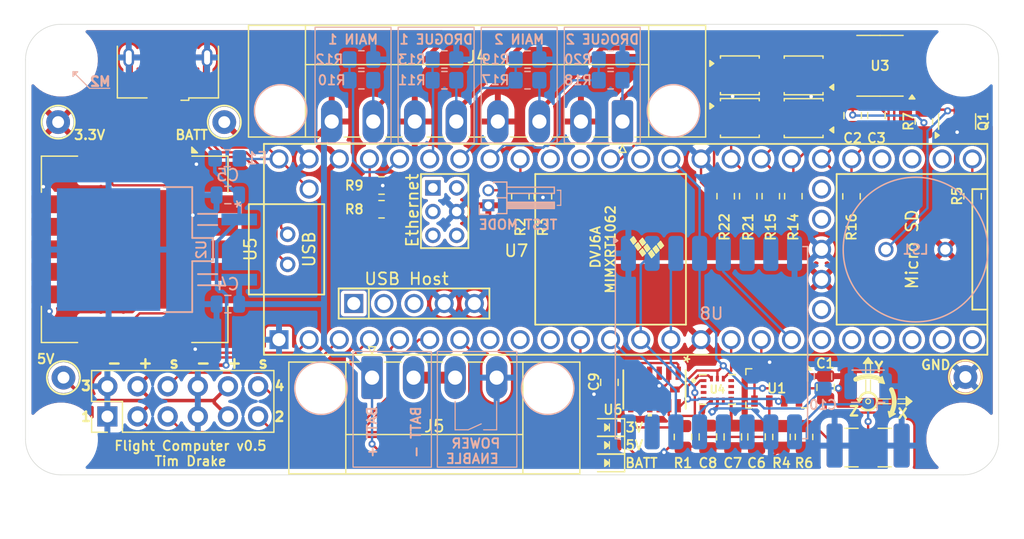
<source format=kicad_pcb>
(kicad_pcb (version 20240108) (generator "pcbnew") (generator_version "8.0")
  (layers (0 "F.Cu" mixed) (31 "B.Cu" mixed) (34 "B.Paste" user) (35 "F.Paste" user) (36 "B.SilkS" user "B.Silkscreen") (37 "F.SilkS" user "F.Silkscreen") (38 "B.Mask" user) (39 "F.Mask" user) (44 "Edge.Cuts" user))
  (net 0 "")
  (net 1 "+3.3V")
  (net 2 "+5V")
  (net 3 "/CS_BARO")
  (net 4 "/CS_RADIO")
  (net 5 "/ANT")
  (net 6 "/BATT")
  (net 7 "/PY_TERM1")
  (net 8 "/PY_TERM2")
  (net 9 "/PY_TERM3")
  (net 10 "/PY_TERM4")
  (net 11 "Net-(Q1-C)")
  (net 12 "/PY_1")
  (net 13 "/MOSI")
  (net 14 "/MISO")
  (net 15 "/RX1")
  (net 16 "/TX1")
  (net 17 "/PY_4")
  (net 18 "/PY_3")
  (net 19 "/PY_2")
  (net 20 "/SCK")
  (net 21 "/D+")
  (net 22 "/D-")
  (net 25 "/CONT_1")
  (net 27 "/BUZZER")
  (net 30 "/CONT_3")
  (net 39 "/CS_ADXL375")
  (net 40 "/CONT_2")
  (net 41 "/CONT_4")
  (net 64 "/CS_IMU")
  (net 65 "/SERVO_2")
  (net 66 "/SERVO_1")
  (net 67 "/SERVO_3")
  (net 68 "/SERVO_4")
  (net 69 "/C_FAULT")
  (net 70 "/C_MEAS")
  (net 71 "GND")
  (net 72 "/3V_LED")
  (net 73 "/5V_LED")
  (net 74 "/BATT_VOLT")
  (net 75 "/BATT_LED")
  (net 78 "Net-(Q1-B)")
  (net 80 "/VUSB")
  (net 81 "/TEST_MODE")
  (net 87 "Net-(J1-Pin_2)")
  (net 88 "Net-(J5-Pin_2)")
  (net 91 "/INTRPT")
  (footprint "TestPoint:TestPoint_Keystone_5000-5004_Miniature" (layer "F.Cu") (at 162.9 104.15)
    (property "Reference" "TP4" (hide yes))
    (property "Value" "TestPoint")
  )
  (footprint "TestPoint:TestPoint_Keystone_5000-5004_Miniature" (layer "F.Cu") (at 86.9 104.2)
    (property "Reference" "TP2" (hide yes))
    (property "Value" "TestPoint")
  )
  (footprint "MountingHole:MountingHole_2.2mm_M2" (layer "F.Cu") (at 162.7 77.4)
    (property "Reference" "H4" (hide yes))
    (property "Value" "MountingHole")
  )
  (footprint "Resistor_SMD:R_0805_2012Metric" (layer "F.Cu") (at 142.7 88.9 -90)
    (property "Reference" "R22")
    (property "Value" "4.7k")
  )
  (footprint "Connector_PinHeader_2.54mm:PinHeader_2x06_P2.54mm_Vertical" (layer "F.Cu") (at 90.6 107.475 90)
    (property "Reference" "J3" (hide yes))
    (property "Value" "Conn_02x06_Odd_Even")
  )
  (footprint "Package_SO:Vishay_PowerPAK_1212-8_Single" (layer "F.Cu") (at 149.265 78.71 180)
    (property "Reference" "Q2" (hide yes))
    (property "Value" "SiS454DN")
  )
  (footprint "Capacitor_SMD:C_0805_2012Metric" (layer "F.Cu") (at 145.3 109.2 90)
    (property "Reference" "C6")
    (property "Value" "0.1u")
  )
  (footprint "MountingHole:MountingHole_2.2mm_M2" (layer "F.Cu") (at 162.7 109.4)
    (property "Reference" "H3" (hide yes))
    (property "Value" "MountingHole")
  )
  (footprint "Resistor_SMD:R_0805_2012Metric" (layer "F.Cu") (at 159.4 82.6 90)
    (property "Reference" "R7")
    (property "Value" "1k")
  )
  (footprint "Capacitor_SMD:C_0805_2012Metric" (layer "F.Cu") (at 132.9 104.6 -90)
    (property "Reference" "C9")
    (property "Value" "1u")
  )
  (footprint "MountingHole:MountingHole_2.2mm_M2" (layer "F.Cu") (at 86.7 77.4)
    (property "Reference" "H1" (hide yes))
    (property "Value" "MountingHole")
  )
  (footprint "Capacitor_SMD:C_0805_2012Metric" (layer "F.Cu") (at 143.3 109.2 90)
    (property "Reference" "C7")
    (property "Value" "2.2u")
  )
  (footprint "Capacitor_SMD:C_0805_2012Metric" (layer "F.Cu") (at 155.4 82.1 -90)
    (property "Reference" "C3")
    (property "Value" "1n")
  )
  (footprint "Resistor_SMD:R_0805_2012Metric" (layer "F.Cu") (at 113.7 90 180)
    (property "Reference" "R8")
    (property "Value" "270")
  )
  (footprint "MountingHole:MountingHole_2.2mm_M2" (layer "F.Cu") (at 86.7 109.4)
    (property "Reference" "H2" (hide yes))
    (property "Value" "MountingHole")
  )
  (footprint "Added Footprints:XDCR_ICM-42670-P" (layer "F.Cu") (at 142 105.2)
    (property "Reference" "U4")
    (property "Value" "ICM-42670-P")
  )
  (footprint "Capacitor_SMD:C_0805_2012Metric" (layer "F.Cu") (at 141.2 109.2 90)
    (property "Reference" "C8")
    (property "Value" "0.01u")
  )
  (footprint "Resistor_SMD:R_0805_2012Metric" (layer "F.Cu") (at 127.3 88.9 -90)
    (property "Reference" "R3")
    (property "Value" "91")
  )
  (footprint "TestPoint:TestPoint_Keystone_5000-5004_Miniature" (layer "F.Cu") (at 86.45 82.65)
    (property "Reference" "TP1" (hide yes))
    (property "Value" "TestPoint")
  )
  (footprint "LED_SMD:LED_0603_1608Metric" (layer "F.Cu") (at 132.7 108.4 180)
    (property "Reference" "D1" (hide yes))
    (property "Value" "RED")
  )
  (footprint "Connector_Phoenix_MC:PhoenixContact_MC_1,5_4-GF-3.5_1x04_P3.50mm_Horizontal_ThreadedFlange_MountHole" (layer "F.Cu") (at 112.9 104.2)
    (property "Reference" "J5")
    (property "Value" "Screw_Terminal_01x04")
  )
  (footprint "Package_SO:SOIC-8_3.9x4.9mm_P1.27mm" (layer "F.Cu") (at 155.7 77.9 180)
    (property "Reference" "U3")
    (property "Value" "ACS711xLCTR-25AB")
  )
  (footprint "Capacitor_SMD:C_0805_2012Metric" (layer "F.Cu") (at 151.1225 105.0275 -90)
    (property "Reference" "C1")
    (property "Value" "0.1u")
  )
  (footprint "Connector_Phoenix_MC:PhoenixContact_MC_1,5_8-GF-3.5_1x08_P3.50mm_Horizontal_ThreadedFlange_MountHole" (layer "F.Cu") (at 134 82.6 180)
    (property "Reference" "J4")
    (property "Value" "Screw_Terminal_01x08")
  )
  (footprint "Resistor_SMD:R_0805_2012Metric" (layer "F.Cu") (at 144.6 88.9 -90)
    (property "Reference" "R21")
    (property "Value" "4.7k")
  )
  (footprint "Resistor_SMD:R_0805_2012Metric" (layer "F.Cu") (at 147.4 109.2 90)
    (property "Reference" "R4")
    (property "Value" "1k5")
  )
  (footprint "Resistor_SMD:R_0805_2012Metric" (layer "F.Cu") (at 148.4 88.9 -90)
    (property "Reference" "R14")
    (property "Value" "4.7k")
  )
  (footprint "LED_SMD:LED_0603_1608Metric" (layer "F.Cu") (at 132.7 109.9 180)
    (property "Reference" "D2" (hide yes))
    (property "Value" "GRN")
  )
  (footprint "Connector_Coaxial:SMA_Samtec_SMA-J-P-H-ST-EM1_EdgeMount" (layer "F.Cu") (at 154.7 110.185 -90)
    (property "Reference" "J7" (hide yes))
    (property "Value" "Conn_Coaxial_Small")
  )
  (footprint "TestPoint:TestPoint_Keystone_5000-5004_Miniature" (layer "F.Cu") (at 100.45 82.65)
    (property "Reference" "TP3" (hide yes))
    (property "Value" "TestPoint")
  )
  (footprint "Resistor_SMD:R_0805_2012Metric" (layer "F.Cu") (at 163.5 88.9 90)
    (property "Reference" "R5")
    (property "Value" "100")
  )
  (footprint "Package_LGA:LGA-8_3x5mm_P1.25mm" (layer "F.Cu") (at 147 105.1 -90)
    (property "Reference" "U1")
    (property "Value" "MS5611-01BA")
  )
  (footprint "Package_SO:Vishay_PowerPAK_1212-8_Single" (layer "F.Cu") (at 143.8925 78.705)
    (property "Reference" "Q5" (hide yes))
    (property "Value" "SiS454DN")
  )
  (footprint "RF_GPS:ublox_SAM-M8Q_HandSolder" (layer "F.Cu") (at 92.9 93.38 -90)
    (property "Reference" "U5")
    (property "Value" "SAM-M10Q-0-10")
  )
  (footprint "Resistor_SMD:R_0805_2012Metric" (layer "F.Cu") (at 153.3 88.9125 90)
    (property "Reference" "R16")
    (property "Value" "1k")
  )
  (footprint "Resistor_SMD:R_0805_2012Metric" (layer "F.Cu") (at 125.4 88.9 90)
    (property "Reference" "R2")
    (property "Value" "270")
  )
  (footprint "LED_SMD:LED_0603_1608Metric" (layer "F.Cu") (at 132.7 111.4 180)
    (property "Reference" "D3" (hide yes))
    (property "Value" "BLUE")
  )
  (footprint "Package_SO:Vishay_PowerPAK_1212-8_Single" (layer "F.Cu") (at 143.8925 82.3)
    (property "Reference" "Q4" (hide yes))
    (property "Value" "SiS454DN")
  )
  (footprint "Connector_USB:USB_Micro-B_Amphenol_10118193-0001LF_Horizontal" (layer "F.Cu") (at 95.7 77.2 180)
    (property "Reference" "J2" (hide yes))
    (property "Value" "USB_B_Micro")
  )
  (footprint "teensy.pretty-master:Teensy41" (layer "F.Cu") (at 134.27 93.38)
    (property "Reference" "U7")
    (property "Value" "Teensy4.1")
  )
  (footprint "Package_TO_SOT_SMD:SOT-23" (layer "F.Cu") (at 162.2 82.6 90)
    (property "Reference" "Q1")
    (property "Value" "MMBT3904")
  )
  (footprint "Added Footprints:LGA_CC-14-1_ADI" (layer "F.Cu") (at 136.7 105.2 -90)
    (property "Reference" "U6")
    (property "Value" "ADXL375BCCZ")
  )
  (footprint "Resistor_SMD:R_0805_2012Metric" (layer "F.Cu") (at 139.1 109.2 90)
    (property "Reference" "R1")
    (property "Value" "1k5")
  )
  (footprint "Resistor_SMD:R_0805_2012Metric" (layer "F.Cu") (at 146.5 88.9 -90)
    (property "Reference" "R15")
    (property "Value" "4.7k")
  )
  (footprint "Package_SO:Vishay_PowerPAK_1212-8_Single" (layer "F.Cu") (at 149.265 82.31 180)
    (property "Reference" "Q3" (hide yes))
    (property "Value" "SiS454DN")
  )
  (footprint "Capacitor_SMD:C_0805_2012Metric" (layer "F.Cu") (at 153.4 82.1 -90)
    (property "Reference" "C2")
    (property "Value" "0.1u")
  )
  (footprint "Resistor_SMD:R_0805_2012Metric" (layer "F.Cu") (at 149.3 109.2 90)
    (property "Reference" "R6")
    (property "Value" "1k5")
  )
  (footprint "Resistor_SMD:R_0805_2012Metric" (layer "F.Cu") (at 113.7 88)
    (property "Reference" "R9")
    (property "Value" "91")
  )
  (footprint "Capacitor_SMD:C_0805_2012Metric" (layer "B.Cu") (at 100.75 98 180)
    (property "Reference" "C4")
    (property "Value" "22u")
  )
  (footprint "Fuse:Fuse_0805_2012Metric_Pad1.15x1.40mm_HandSolder" (layer "B.Cu") (at 100.7 85.7 180)
    (property "Reference" "F1")
    (property "Value" "500mA")
  )
  (footprint "Added Footprints:D2PAK_STM" (layer "B.Cu") (at 92.9479 93.4 -90)
    (property "Reference" "U2")
    (property "Value" "L7805")
  )
  (footprint "Capacitor_SMD:C_0805_2012Metric_Pad1.18x1.45mm_HandSolder" (layer "B.Cu") (at 150.9 104.1 90)
    (property "Reference" "C10")
    (property "Value" "10u")
  )
  (footprint "Resistor_SMD:R_0805_2012Metric_Pad1.20x1.40mm_HandSolder" (layer "B.Cu") (at 119 79.1175 180)
    (property "Reference" "R11")
    (property "Value" "10k")
  )
  (footprint "Resistor_SMD:R_0805_2012Metric_Pad1.20x1.40mm_HandSolder" (layer "B.Cu") (at 133 79.1175 180)
    (property "Reference" "R18")
    (property "Value" "10k")
  )
  (footprint "Resistor_SMD:R_0805_2012Metric_Pad1.20x1.40mm_HandSolder" (layer "B.Cu") (at 119 77.3675)
    (property "Reference" "R13")
    (property "Value" "5k")
  )
  (footprint "Capacitor_SMD:C_0805_2012Metric" (layer "B.Cu") (at 100.75 88.8 180)
    (property "Reference" "C5")
    (property "Value" "22u")
  )
  (footprint "Resistor_SMD:R_0805_2012Metric_Pad1.20x1.40mm_HandSolder" (layer "B.Cu") (at 112 79.1175 180)
    (property "Reference" "R10")
    (property "Value" "10k")
  )
  (footprint "Resistor_SMD:R_0805_2012Metric_Pad1.20x1.40mm_HandSolder" (layer "B.Cu") (at 126 79.1175 180)
    (property "Reference" "R17")
    (property "Value" "10k")
  )
  (footprint "Added Footprints:XDCR_PS1240P02BT" (layer "B.Cu") (at 158.7 93.4 180)
    (property "Reference" "LS1")
    (property "Value" "PS1240P02BT")
  )
  (footprint "Resistor_SMD:R_0805_2012Metric_Pad1.20x1.40mm_HandSolder" (layer "B.Cu") (at 112 77.3675)
    (property "Reference" "R12")
    (property "Value" "5k")
  )
  (footprint "Connector_PinHeader_1.27mm:PinHeader_1x02_P1.27mm_Horizontal" (layer "B.Cu") (at 122.7 89.67)
    (property "Reference" "J1" (hide yes))
    (property "Value" "Conn_01x02_Pin")
  )
  (footprint "Resistor_SMD:R_0805_2012Metric_Pad1.20x1.40mm_HandSolder" (layer "B.Cu") (at 133 77.3675)
    (property "Reference" "R20")
    (property "Value" "5k")
  )
  (footprint "RF_Module:HOPERF_RFM9XW_SMD" (layer "B.Cu") (at 141.5 101.25 -90)
    (property "Reference" "U8")
    (property "Value" "RFM95W-868S2")
  )
  (footprint "Connector_Coaxial:U.FL_Hirose_U.FL-R-SMT-1_Vertical" (layer "B.Cu") (at 154.7 105.4 90)
    (property "Reference" "J6" (hide yes))
    (property "Value" "Conn_Coaxial_Small")
  )
  (footprint "Resistor_SMD:R_0805_2012Metric_Pad1.20x1.40mm_HandSolder" (layer "B.Cu") (at 126 77.3675)
    (property "Reference" "R19")
    (property "Value" "5k")
  )
  (gr_rect (start 115.1 74.65) (end 121.5 84.4) (stroke (width 0.1)) (fill none) (layer "B.SilkS"))
  (gr_line (start 128.8 89.67) (end 128.8 88.4) (stroke (width 0.1)) (layer "B.SilkS"))
  (gr_rect (start 129.1 74.65) (end 135.5 84.4) (stroke (width 0.1)) (fill none) (layer "B.SilkS"))
  (gr_line (start 89.1 79.8) (end 87.7 78.4) (stroke (width 0.1)) (layer "B.SilkS"))
  (gr_poly (pts (xy 87.7 78.4) (xy 87.7 78.8) (xy 88.1 78.4)) (stroke (width 0.1)) (fill solid) (layer "B.SilkS"))
  (gr_line (start 122.1 108.1) (end 121 108.6) (stroke (width 0.1)) (layer "B.SilkS"))
  (gr_rect (start 111.3 102) (end 117.9 111.75) (stroke (width 0.1)) (fill none) (layer "B.SilkS"))
  (gr_line (start 128.5 88.4) (end 128.8 88.4) (stroke (width 0.1)) (layer "B.SilkS"))
  (gr_rect (start 118.4 102) (end 125.1 111.75) (stroke (width 0.1)) (fill none) (layer "B.SilkS"))
  (gr_rect (start 122.1 74.65) (end 128.5 84.4) (stroke (width 0.1)) (fill none) (layer "B.SilkS"))
  (gr_line (start 123.4 106.2) (end 123.4 108.6) (stroke (width 0.1)) (layer "B.SilkS"))
  (gr_line (start 121 108.6) (end 119.9 108.6) (stroke (width 0.1)) (layer "B.SilkS"))
  (gr_line (start 90.8 79.8) (end 89.1 79.8) (stroke (width 0.1)) (layer "B.SilkS"))
  (gr_line (start 128.5 89.67) (end 128.8 89.67) (stroke (width 0.1)) (layer "B.SilkS"))
  (gr_rect (start 108.1 74.65) (end 114.5 84.4) (stroke (width 0.1)) (fill none) (layer "B.SilkS"))
  (gr_line (start 123.4 108.6) (end 122.3 108.6) (stroke (width 0.1)) (layer "B.SilkS"))
  (gr_line (start 119.9 106.2) (end 119.9 108.6) (stroke (width 0.1)) (layer "B.SilkS"))
  (gr_poly (pts (xy 156.5 107.55) (xy 156.39548 107.04774) (xy 156.99548 107.25)) (stroke (width 0.1)) (fill solid) (layer "F.SilkS"))
  (gr_arc (start 153.655279 104.346625) (mid 154.7 104.1) (end 155.744721 104.346625) (stroke (width 0.4)) (layer "F.SilkS"))
  (gr_line (start 132.9 109.6) (end 132.9 110.2) (stroke (width 0.1)) (layer "F.SilkS"))
  (gr_line (start 154.9 105.5) (end 154.9 104.4) (stroke (width 0.1)) (layer "F.SilkS"))
  (gr_circle (center 154.7 106.2) (end 154.5 106.2) (stroke (width 0.1)) (fill none) (layer "F.SilkS"))
  (gr_poly (pts (xy 132.5 111.7) (xy 132.5 111.1) (xy 132.9 111.4)) (stroke (width 0.1)) (fill solid) (layer "F.SilkS"))
  (gr_poly (pts (xy 155.1 103) (xy 154.7 102.5) (xy 154.3 103)) (stroke (width 0.1)) (fill solid) (layer "F.SilkS"))
  (gr_arc (start 153.95 106.2) (mid 155.39291 105.912987) (end 154.16967 106.73033) (stroke (width 0.2)) (layer "F.SilkS"))
  (gr_poly (pts (xy 132.5 108.7) (xy 132.5 108.1) (xy 132.9 108.4)) (stroke (width 0.1)) (fill solid) (layer "F.SilkS"))
  (gr_line (start 157.2 106.4) (end 157.9 106.4) (stroke (width 0.1)) (layer "F.SilkS"))
  (gr_poly (pts (xy 132.5 110.2) (xy 132.5 109.6) (xy 132.9 109.9)) (stroke (width 0.1)) (fill solid) (layer "F.SilkS"))
  (gr_poly (pts (xy 155.580498 104.59737) (xy 156.082758 104.70189) (xy 155.880498 104.10189)) (stroke (width 0.1)) (fill solid) (layer "F.SilkS"))
  (gr_line (start 132.9 108.1) (end 132.9 108.7) (stroke (width 0.1)) (layer "F.SilkS"))
  (gr_line (start 155.4 106) (end 156.6 106) (stroke (width 0.1)) (layer "F.SilkS"))
  (gr_line (start 154.9 103) (end 154.9 103.8) (stroke (width 0.1)) (layer "F.SilkS"))
  (gr_line (start 154.5 105.5) (end 154.5 104.4) (stroke (width 0.1)) (layer "F.SilkS"))
  (gr_line (start 157.2 106) (end 157.9 106) (stroke (width 0.1)) (layer "F.SilkS"))
  (gr_line (start 155.4 106.4) (end 156.6 106.4) (stroke (width 0.1)) (layer "F.SilkS"))
  (gr_arc (start 156.66774 105.21613) (mid 156.9 106.2) (end 156.66774 107.18387) (stroke (width 0.4)) (layer "F.SilkS"))
  (gr_poly (pts (xy 157.9 106.6) (xy 158.4 106.2) (xy 157.9 105.8)) (stroke (width 0.1)) (fill solid) (layer "F.SilkS"))
  (gr_line (start 132.9 111.1) (end 132.9 111.7) (stroke (width 0.1)) (layer "F.SilkS"))
  (gr_line (start 154.5 103) (end 154.5 103.8) (stroke (width 0.1)) (layer "F.SilkS"))
  (gr_poly (pts (xy 153.95 106.3) (xy 154.2 106) (xy 153.75 106)) (stroke (width 0.1)) (fill solid) (layer "F.SilkS"))
  (gr_line (start 162.7 74.4) (end 86.7 74.4) (stroke (width 0.05)) (layer "Edge.Cuts"))
  (gr_arc (start 162.7 74.4) (mid 164.82132 75.27868) (end 165.7 77.4) (stroke (width 0.05)) (layer "Edge.Cuts"))
  (gr_line (start 165.7 109.4) (end 165.7 77.4) (stroke (width 0.05)) (layer "Edge.Cuts"))
  (gr_line (start 86.7 112.4) (end 162.7 112.4) (stroke (width 0.05)) (layer "Edge.Cuts"))
  (gr_arc (start 86.7 112.4) (mid 84.57868 111.52132) (end 83.7 109.4) (stroke (width 0.05)) (layer "Edge.Cuts"))
  (gr_arc (start 165.7 109.4) (mid 164.82132 111.52132) (end 162.7 112.4) (stroke (width 0.05)) (layer "Edge.Cuts"))
  (gr_arc (start 83.7 77.4) (mid 84.57868 75.27868) (end 86.7 74.4) (stroke (width 0.05)) (layer "Edge.Cuts"))
  (gr_line (start 83.7 77.4) (end 83.7 109.4) (stroke (width 0.05)) (layer "Edge.Cuts"))
  (gr_text "BATT -" (at 116.6 108.8 90) (layer "B.SilkS") (effects (font (size 0.8 0.8) (thickness 0.16) (bold yes)) (justify mirror)))
  (gr_text "POWER \nENABLE" (at 121.35 110.4 0) (layer "B.SilkS") (effects (font (size 0.8 0.8) (thickness 0.16) (bold yes)) (justify mirror)))
  (gr_text "M2" (at 90 79.7 0) (layer "B.SilkS") (effects (font (size 0.8 0.8) (thickness 0.2) (bold yes)) (justify bottom mirror)))
  (gr_text "BATT +" (at 112.9 108.8 90) (layer "B.SilkS") (effects (font (size 0.8 0.8) (thickness 0.16) (bold yes)) (justify mirror)))
  (gr_text "MAIN 1" (at 111.3 76.15 0) (layer "B.SilkS") (effects (font (size 0.8 0.8) (thickness 0.16) (bold yes)) (justify bottom mirror)))
  (gr_text "TEST MODE" (at 125.2 91.3 0) (layer "B.SilkS") (effects (font (size 0.8 0.8) (thickness 0.16) (bold yes)) (justify mirror)))
  (gr_text "DROGUE 1" (at 118.3 76.15 0) (layer "B.SilkS") (effects (font (size 0.8 0.8) (thickness 0.16) (bold yes)) (justify bottom mirror)))
  (gr_text "MAIN 2" (at 125.3 76.15 0) (layer "B.SilkS") (effects (font (size 0.8 0.8) (thickness 0.16) (bold yes)) (justify bottom mirror)))
  (gr_text "DROGUE 2" (at 132.3 76.15 0) (layer "B.SilkS") (effects (font (size 0.8 0.8) (thickness 0.16) (bold yes)) (justify bottom mirror)))
  (gr_text "Y" (at 155.6 103.3 0) (layer "F.SilkS") (effects (font (size 0.8 0.8) (thickness 0.2) (bold yes))))
  (gr_text "5V" (at 135 109.9 0) (layer "F.SilkS") (effects (font (size 0.8 0.8) (thickness 0.15) (bold yes))))
  (gr_text "BATT" (at 97.7 84.2 0) (layer "F.SilkS") (effects (font (size 0.8 0.8) (thickness 0.16) (bold yes)) (justify bottom)))
  (gr_text "Z" (at 153 107.5 0) (layer "F.SilkS") (effects (font (size 0.8 0.8) (thickness 0.2) (bold yes)) (justify left bottom)))
  (gr_text "2" (at 105.1 107.5 0) (layer "F.SilkS") (effects (font (size 0.8 0.8) (thickness 0.2) (bold yes))))
  (gr_text "X" (at 157.1 107.7 0) (layer "F.SilkS") (effects (font (size 0.8 0.8) (thickness 0.2) (bold yes)) (justify left bottom)))
  (gr_text "GND" (at 160.4 103.6 0) (layer "F.SilkS") (effects (font (size 0.8 0.8) (thickness 0.16) (bold yes)) (justify bottom)))
  (gr_text "3.3V" (at 89.1 84.2 0) (layer "F.SilkS") (effects (font (size 0.8 0.8) (thickness 0.16) (bold yes)) (justify bottom)))
  (gr_text "-  +  s" (at 101.1 103.5 0) (layer "F.SilkS") (effects (font (size 0.95 0.95) (thickness 0.2) (bold yes)) (justify bottom)))
  (gr_text "1" (at 88.8 107.5 0) (layer "F.SilkS") (effects (font (size 0.8 0.8) (thickness 0.2) (bold yes))))
  (gr_text "4" (at 105.1 104.9 0) (layer "F.SilkS") (effects (font (size 0.8 0.8) (thickness 0.2) (bold yes))))
  (gr_text "3" (at 88.8 104.9 0) (layer "F.SilkS") (effects (font (size 0.8 0.8) (thickness 0.2) (bold yes))))
  (gr_text "Flight Computer v0.5\nTim Drake" (at 97.6 110.6 -0) (layer "F.SilkS") (effects (font (size 0.8 0.8) (thickness 0.15) (bold yes))))
  (gr_text "5V" (at 85.4 103.1 0) (layer "F.SilkS") (effects (font (size 0.8 0.8) (thickness 0.16) (bold yes)) (justify bottom)))
  (gr_text "-  +  s" (at 93.6 103.5 0) (layer "F.SilkS") (effects (font (size 0.95 0.95) (thickness 0.2) (bold yes)) (justify bottom)))
  (gr_text "BATT" (at 135.6 111.4 0) (layer "F.SilkS") (effects (font (size 0.8 0.8) (thickness 0.15) (bold yes))))
  (gr_text "3V" (at 135 108.4 0) (layer "F.SilkS") (effects (font (size 0.8 0.8) (thickness 0.15) (bold yes))))
  (segment (start 134.700001 103.829099) (end 134.700001 103.070199) (width 0.2) (layer "F.Cu") (net 1))
  (segment (start 140.8 107.85) (end 140.8 106.8) (width 0.25) (layer "F.Cu") (net 1))
  (segment (start 134.700001 103.070199) (end 134.800001 102.970199) (width 0.2) (layer "F.Cu") (net 1))
  (segment (start 144.4 108.15) (end 144.3 108.05) (width 0.5) (layer "F.Cu") (net 1))
  (segment (start 141.2 106.4) (end 141.2125 106.4) (width 0.25) (layer "F.Cu") (net 1))
  (segment (start 148.9275 104.0775) (end 148.875 104.025) (width 0.5) (layer "F.Cu") (net 1))
  (segment (start 140.8 106.8) (end 141.2 106.4) (width 0.25) (layer "F.Cu") (net 1))
  (segment (start 134.520902 103.65) (end 134.700001 103.829099) (width 0.2) (layer "F.Cu") (net 1))
  (segment (start 143.4 108.15) (end 144.4 108.15) (width 0.25) (layer "F.Cu") (net 1))
  (segment (start 138.570199 102.970199) (end 138.700001 103.100001) (width 0.2) (layer "F.Cu") (net 1))
  (segment (start 159.4 83.5125) (end 159.4 82.7) (width 0.2) (layer "F.Cu") (net 1))
  (segment (start 134.800001 102.970199) (end 138.570199 102.970199) (width 0.2) (layer "F.Cu") (net 1))
  (segment (start 141.2125 106.4) (end 141.5 106.1125) (width 0.25) (layer "F.Cu") (net 1))
  (segment (start 143.1625 105.95) (end 143.1625 108.0125) (width 0.25) (layer "F.Cu") (net 1))
  (segment (start 138.700001 103.100001) (end 138.700001 103.829099) (width 0.2) (layer "F.Cu") (net 1))
  (segment (start 144.3 108.05) (end 144.3 103.6) (width 0.5) (layer "F.Cu") (net 1))
  (segment (start 144.4 108.15) (end 145.2 108.15) (width 0.25) (layer "F.Cu") (net 1))
  (segment (start 141.2 108.25) (end 143.3 108.25) (width 0.25) (layer "F.Cu") (net 1))
  (segment (start 151.1225 104.0775) (end 148.9275 104.0775) (width 0.5) (layer "F.Cu") (net 1))
  (segment (start 153.4 79.98) (end 153.4 81.15) (width 0.2) (layer "F.Cu") (net 1))
  (segment (start 141.2 108.25) (end 140.8 107.85) (width 0.25) (layer "F.Cu") (net 1))
  (segment (start 132.9 103.65) (end 134.520902 103.65) (width 0.2) (layer "F.Cu") (net 1))
  (segment (start 153.4 81.15) (end 153.4 82.05) (width 0.2) (layer "F.Cu") (net 1))
  (via (at 152.2 105.1) (size 0.6) (drill 0.3) (layers "F.Cu" "B.Cu") (net 1))
  (via (at 159.4 82.7) (size 0.6) (drill 0.3) (layers "F.Cu" "B.Cu") (net 1))
  (via (at 153.4 82.05) (size 0.6) (drill 0.3) (layers "F.Cu" "B.Cu") (net 1))
  (segment (start 150.9 105.1375) (end 149.2375 106.8) (width 0.2) (layer "B.Cu") (net 1))
  (segment (start 158.8 82.1) (end 153.45 82.1) (width 0.2) (layer "B.Cu") (net 1))
  (segment (start 145.548529 106.4) (end 141.251471 106.4) (width 0.2) (layer "B.Cu") (net 1))
  (segment (start 150.9375 105.1) (end 150.9 105.1375) (width 0.2) (layer "B.Cu") (net 1))
  (segment (start 152.2 105.1) (end 150.9375 105.1) (width 0.2) (layer "B.Cu") (net 1))
  (segment (start 141.251471 106.4) (end 140.5 107.151471) (width 0.2) (layer "B.Cu") (net 1))
  (segment (start 159.4 82.7) (end 158.8 82.1) (width 0.2) (layer "B.Cu") (net 1))
  (segment (start 140.5 107.151471) (end 140.5 108.775) (width 0.2) (layer "B.Cu") (net 1))
  (segment (start 153.45 82.1) (end 153.4 82.05) (width 0.2) (layer "B.Cu") (net 1))
  (segment (start 145.948529 106.8) (end 145.548529 106.4) (width 0.2) (layer "B.Cu") (net 1))
  (segment (start 149.2375 106.8) (end 145.948529 106.8) (width 0.2) (layer "B.Cu") (net 1))
  (segment (start 94.865 109.2) (end 93.14 107.475) (width 0.2) (layer "F.Cu") (net 2))
  (segment (start 99.56 106.135) (end 99.61 106.085) (width 0.3) (layer "F.Cu") (net 2))
  (segment (start 94.925 103.15) (end 93.14 104.935) (width 0.3) (layer "F.Cu") (net 2))
  (segment (start 94.29 106.085) (end 94.34 106.135) (width 0.3) (layer "F.Cu") (net 2))
  (segment (start 99.61 106.085) (end 100.76 104.935) (width 0.3) (layer "F.Cu") (net 2))
  (segment (start 94.29 106.325) (end 94.29 106.085) (width 0.3) (layer "F.Cu") (net 2))
  (segment (start 130.8125 111) (end 115.424264 111) (width 0.2) (layer "F.Cu") (net 2))
  (segment (start 99.61 106.325) (end 100.76 107.475) (width 0.3) (layer "F.Cu") (net 2))
  (segment (start 99.61 106.085) (end 99.61 106.325) (width 0.3) (layer "F.Cu") (net 2))
  (segment (start 131.9125 109.9) (end 130.8125 111) (width 0.2) (layer "F.Cu") (net 2))
  (segment (start 115.424264 111) (end 113.624264 109.2) (width 0.2) (layer "F.Cu") (net 2))
  (segment (start 100.6 103.15) (end 94.925 103.15) (width 0.3) (layer "F.Cu") (net 2))
  (segment (start 88.835 106.135) (end 86.9 104.2) (width 0.3) (layer "F.Cu") (net 2))
  (segment (start 94.29 106.085) (end 94.24 106.135) (width 0.3) (layer "F.Cu") (net 2))
  (segment (start 93.14 107.475) (end 94.29 106.325) (width 0.3) (layer "F.Cu") (net 2))
  (segment (start 94.24 106.135) (end 88.835 106.135) (width 0.3) (layer "F.Cu") (net 2))
  (segment (start 113.624264 109.2) (end 94.865 109.2) (width 0.2) (layer "F.Cu") (net 2))
  (segment (start 93.14 104.935) (end 94.29 106.085) (width 0.3) (layer "F.Cu") (net 2))
  (segment (start 94.34 106.135) (end 99.56 106.135) (width 0.3) (layer "F.Cu") (net 2))
  (via (at 100.6 103.15) (size 0.6) (drill 0.3) (layers "F.Cu" "B.Cu") (net 2))
  (segment (start 99.8 96.723) (end 99.8 92.7709) (width 0.3) (layer "B.Cu") (net 2))
  (segment (start 100.305456 96.925) (end 100.002 96.925) (width 0.3) (layer "B.Cu") (net 2))
  (segment (start 100.6 103.15) (end 100.65 103.1) (width 0.3) (layer "B.Cu") (net 2))
  (segment (start 101.7 88.8) (end 101.6 88.8) (width 0.3) (layer "B.Cu") (net 2))
  (segment (start 100.002 96.925) (end 99.8 96.723) (width 0.3) (layer "B.Cu") (net 2))
  (segment (start 101.7109 90.86) (end 101.7109 88.8109) (width 0.3) (layer "B.Cu") (net 2))
  (segment (start 99.65 86.85) (end 99.65 85.725) (width 0.3) (layer "B.Cu") (net 2))
  (segment (start 100.65 97.269544) (end 100.305456 96.925) (width 0.3) (layer "B.Cu") (net 2))
  (segment (start 100.65 103.1) (end 100.65 97.269544) (width 0.3) (layer "B.Cu") (net 2))
  (segment (start 101.6 88.8) (end 99.65 86.85) (width 0.3) (layer "B.Cu") (net 2))
  (segment (start 101.7109 88.8109) (end 101.7 88.8) (width 0.3) (layer "B.Cu") (net 2))
  (segment (start 99.8 92.7709) (end 101.7109 90.86) (width 0.3) (layer "B.Cu") (net 2))
  (segment (start 145.7 103.3) (end 145.7 101) (width 0.2) (layer "F.Cu") (net 3))
  (segment (start 145.125 103.875) (end 145.7 103.3) (width 0.2) (layer "F.Cu") (net 3))
  (segment (start 145.125 106.175) (end 145.125 104.025) (width 0.2) (layer "F.Cu") (net 3))
  (segment (start 148.24 101) (end 142.5 95.26) (width 0.2) (layer "B.Cu") (net 4))
  (segment (start 142.5 95.26) (end 142.5 93.725) (width 0.2) (layer "B.Cu") (net 4))
  (segment (start 154.7 110.185) (end 154.7 107.9) (width 0.2) (layer "F.Cu") (net 5))
  (via (at 154.7 107.9) (size 0.6) (drill 0.3) (layers "F.Cu" "B.Cu") (net 5))
  (segment (start 150.825 106.45) (end 154.7 106.45) (width 0.2) (layer "B.Cu") (net 5))
  (segment (start 154.7 107.9) (end 154.7 106.45) (width 0.2) (layer "B.Cu") (net 5))
  (segment (start 148.5 108.775) (end 150.825 106.45) (width 0.2) (layer "B.Cu") (net 5))
  (segment (start 114.5 111.4) (end 131.9125 111.4) (width 0.2) (layer "F.Cu") (net 6))
  (segment (start 101.95 84.15) (end 107.95 84.15) (width 0.5) (layer "F.Cu") (net 6))
  (segment (start 100.45 82.65) (end 101.95 84.15) (width 0.5) (layer "F.Cu") (net 6))
  (segment (start 107.95 84.15) (end 109.5 82.6) (width 0.5) (layer "F.Cu") (net 6))
  (segment (start 112.9 109.8) (end 114.5 111.4) (width 0.2) (layer "F.Cu") (net 6))
  (via (at 112.9 109.8) (size 0.6) (drill 0.3) (layers "F.Cu" "B.Cu") (net 6))
  (segment (start 101.7 98) (end 101.7 95.9509) (width 0.5) (layer "B.Cu") (net 6))
  (segment (start 108.85 98) (end 101.7 98) (width 0.5) (layer "B.Cu") (net 6))
  (segment (start 108.85 83.25) (end 108.85 98) (width 0.5) (layer "B.Cu") (net 6))
  (segment (start 108.85 101.477767) (end 108.85 98) (width 0.5) (layer "B.Cu") (net 6))
  (segment (start 112.9 104.2) (end 110.95 102.25) (width 0.5) (layer "B.Cu") (net 6))
  (segment (start 112.9 109.8) (end 112.9 104.2) (width 0.2) (layer "B.Cu") (net 6))
  (segment (start 110.95 102.25) (end 109.622233 102.25) (width 0.5) (layer "B.Cu") (net 6))
  (segment (start 109.622233 102.25) (end 108.85 101.477767) (width 0.5) (layer "B.Cu") (net 6))
  (segment (start 101.7 95.9509) (end 101.7109 95.94) (width 0.5) (layer "B.Cu") (net 6))
  (segment (start 148.7075 78.125186) (end 145.782314 75.2) (width 0.4) (layer "F.Cu") (net 7))
  (segment (start 119.5 75.2) (end 113 81.7) (width 0.4) (layer "F.Cu") (net 7))
  (segment (start 145.782314 75.2) (end 119.5 75.2) (width 0.4) (layer "F.Cu") (net 7))
  (segment (start 113 82.6) (end 113 79.1175) (width 0.2) (layer "B.Cu") (net 7))
  (segment (start 146.8275 77.093714) (end 145.533786 75.8) (width 0.4) (layer "F.Cu") (net 8))
  (segment (start 146.8275 80.43) (end 146.8275 77.093714) (width 0.4) (layer "F.Cu") (net 8))
  (segment (start 148.7075 82.31) (end 146.8275 80.43) (width 0.4) (layer "F.Cu") (net 8))
  (segment (start 145.533786 75.8) (end 125.9 75.8) (width 0.4) (layer "F.Cu") (net 8))
  (segment (start 125.9 75.8) (end 120 81.7) (width 0.4) (layer "F.Cu") (net 8))
  (segment (start 120 82.6) (end 120 79.1175) (width 0.2) (layer "B.Cu") (net 8))
  (segment (start 132.3 76.4) (end 127 81.7) (width 0.4) (layer "F.Cu") (net 9))
  (segment (start 146.2275 80.5225) (end 146.2275 77.342242) (width 0.4) (layer "F.Cu") (net 9))
  (segment (start 144.45 82.3) (end 146.2275 80.5225) (width 0.4) (layer "F.Cu") (net 9))
  (segment (start 145.285258 76.4) (end 132.3 76.4) (width 0.4) (layer "F.Cu") (net 9))
  (segment (start 146.2275 77.342242) (end 145.285258 76.4) (width 0.4) (layer "F.Cu") (net 9))
  (segment (start 127 82.6) (end 127 79.1175) (width 0.2) (layer "B.Cu") (net 9))
  (segment (start 143.24 77) (end 137.7 77) (width 0.4) (layer "F.Cu") (net 10))
  (segment (start 144.45 78.21) (end 143.24 77) (width 0.4) (layer "F.Cu") (net 10))
  (segment (start 137.7 77) (end 134 80.7) (width 0.4) (layer "F.Cu") (net 10))
  (segment (start 134 80.7) (end 134 82.6) (width 0.4) (layer "F.Cu") (net 10))
  (segment (start 134 82.6) (end 134 79.1175) (width 0.2) (layer "B.Cu") (net 10))
  (segment (start 159.4 81.6) (end 161.3 81.6) (width 0.2) (layer "F.Cu") (net 11))
  (segment (start 161.4375 81.6625) (end 161.4 81.7) (width 0.2) (layer "F.Cu") (net 11))
  (segment (start 161.3 81.6) (end 161.4 81.7) (width 0.2) (layer "F.Cu") (net 11))
  (segment (start 162.2 81.6625) (end 161.4375 81.6625) (width 0.2) (layer "F.Cu") (net 11))
  (via (at 161.4 81.7) (size 0.6) (drill 0.3) (layers "F.Cu" "B.Cu") (net 11))
  (segment (start 159.7 89.9) (end 156.2 93.4) (width 0.2) (layer "B.Cu") (net 11))
  (segment (start 161.4 81.7) (end 159.7 83.4) (width 0.2) (layer "B.Cu") (net 11))
  (segment (start 159.7 83.4) (end 159.7 89.9) (width 0.2) (layer "B.Cu") (net 11))
  (segment (start 151.9 81.259314) (end 151.5 80.859314) (width 0.2) (layer "F.Cu") (net 12))
  (segment (start 148.4 87.9875) (end 148.4 85.92) (width 0.2) (layer "F.Cu") (net 12))
  (segment (start 151.9 83.963186) (end 151.9 81.259314) (width 0.2) (layer "F.Cu") (net 12))
  (segment (start 151.5 80.859314) (end 151.5 77.825) (width 0.2) (layer "F.Cu") (net 12))
  (segment (start 148.805685 85.76) (end 150.363185 84.2025) (width 0.2) (layer "F.Cu") (net 12))
  (segment (start 151.395 77.72) (end 150.7 77.72) (width 0.2) (layer "F.Cu") (net 12))
  (segment (start 150.363185 84.2025) (end 151.660686 84.2025) (width 0.2) (layer "F.Cu") (net 12))
  (segment (start 151.660686 84.2025) (end 151.9 83.963186) (width 0.2) (layer "F.Cu") (net 12))
  (segment (start 151.5 77.825) (end 151.395 77.72) (width 0.2) (layer "F.Cu") (net 12))
  (segment (start 140.409314 104.025) (end 141.2375 104.025) (width 0.2) (layer "F.Cu") (net 13))
  (segment (start 147.150002 106.2) (end 147.6 106.2) (width 0.2) (layer "F.Cu") (net 13))
  (segment (start 147.6 106.2) (end 147.625 106.175) (width 0.2) (layer "F.Cu") (net 13))
  (segment (start 138.899999 106.570901) (end 138.699999 106.570901) (width 0.2) (layer "F.Cu") (net 13))
  (segment (start 139.5 104.934314) (end 140.409314 104.025) (width 0.2) (layer "F.Cu") (net 13))
  (segment (start 139.5 106) (end 139.5 104.934314) (width 0.2) (layer "F.Cu") (net 13))
  (segment (start 139.5 106) (end 139.4709 106) (width 0.2) (layer "F.Cu") (net 13))
  (segment (start 141.2375 104.025) (end 141.5 104.2875) (width 0.2) (layer "F.Cu") (net 13))
  (segment (start 139.4709 106) (end 138.899999 106.570901) (width 0.2) (layer "F.Cu") (net 13))
  (via (at 147.150002 106.2) (size 0.6) (drill 0.3) (layers "F.Cu" "B.Cu") (net 13))
  (via (at 139.5 106) (size 0.6) (drill 0.3) (layers "F.Cu" "B.Cu") (net 13))
  (segment (start 139.5 106) (end 139.5 104.96) (width 0.2) (layer "B.Cu") (net 13))
  (segment (start 135.54 101) (end 135.54 94.685) (width 0.2) (layer "B.Cu") (net 13))
  (segment (start 135.54 94.685) (end 136.5 93.725) (width 0.2) (layer "B.Cu") (net 13))
  (segment (start 147.150002 106.2) (end 146.950002 106) (width 0.2) (layer "B.Cu") (net 13))
  (segment (start 140.34853 106.070846) (end 139.570846 106.070846) (width 0.2) (layer "B.Cu") (net 13))
  (segment (start 139.5 104.96) (end 135.54 101) (width 0.2) (layer "B.Cu") (net 13))
  (segment (start 146.950002 106) (end 140.419376 106) (width 0.2) (layer "B.Cu") (net 13))
  (segment (start 140.419376 106) (end 140.34853 106.070846) (width 0.2) (layer "B.Cu") (net 13))
  (segment (start 139.570846 106.070846) (end 139.5 106) (width 0.2) (layer "B.Cu") (net 13))
  (segment (start 140.1 108.8) (end 140.1 107.6) (width 0.2) (layer "F.Cu") (net 14))
  (segment (start 138 107.429801) (end 139.929801 107.429801) (width 0.2) (layer "F.Cu") (net 14))
  (segment (start 140.55 104.45) (end 140.8375 104.45) (width 0.2) (layer "F.Cu") (net 14))
  (segment (start 146.375 106.175) (end 146.375 108.859314) (width 0.2) (layer "F.Cu") (net 14))
  (segment (start 146.375 108.859314) (end 146.034314 109.2) (width 0.2) (layer "F.Cu") (net 14))
  (segment (start 140.1 105.470847) (end 140.100001 105.470846) (width 0.2) (layer "F.Cu") (net 14))
  (segment (start 137.9 106.570901) (end 137.9 107.329801) (width 0.2) (layer "F.Cu") (net 14))
  (segment (start 140.100001 105.470846) (end 140.100001 104.899999) (width 0.2) (layer "F.Cu") (net 14))
  (segment (start 140.1 107.6) (end 140.1 105.470847) (width 0.2) (layer "F.Cu") (net 14))
  (segment (start 137.9 107.329801) (end 138 107.429801) (width 0.2) (layer "F.Cu") (net 14))
  (segment (start 140.100001 104.899999) (end 140.55 104.45) (width 0.2) (layer "F.Cu") (net 14))
  (segment (start 140.5 109.2) (end 140.1 108.8) (width 0.2) (layer "F.Cu") (net 14))
  (segment (start 146.034314 109.2) (end 140.5 109.2) (width 0.2) (layer "F.Cu") (net 14))
  (segment (start 139.929801 107.429801) (end 140.1 107.6) (width 0.2) (layer "F.Cu") (net 14))
  (via (at 140.100001 105.470846) (size 0.6) (drill 0.3) (layers "F.Cu" "B.Cu") (net 14))
  (segment (start 138.08 102.974314) (end 138.08 101) (width 0.2) (layer "B.Cu") (net 14))
  (segment (start 138.08 94.145) (end 138.204657 94.020343) (width 0.2) (layer "B.Cu") (net 14))
  (segment (start 140.100001 105.470846) (end 140.100001 104.994315) (width 0.2) (layer "B.Cu") (net 14))
  (segment (start 140.100001 104.994315) (end 138.08 102.974314) (width 0.2) (layer "B.Cu") (net 14))
  (segment (start 138.08 101) (end 138.08 94.145) (width 0.2) (layer "B.Cu") (net 14))
  (segment (start 108.64 102.5) (end 110.14 101) (width 0.2) (layer "F.Cu") (net 15))
  (segment (start 94.8 102.28) (end 95.02 102.5) (width 0.2) (layer "F.Cu") (net 15))
  (segment (start 95.02 102.5) (end 108.64 102.5) (width 0.2) (layer "F.Cu") (net 15))
  (segment (start 94.8 100.58) (end 94.8 102.28) (width 0.2) (layer "F.Cu") (net 15))
  (segment (start 92.9 99.2) (end 93.32 98.78) (width 0.2) (layer "F.Cu") (net 16))
  (segment (start 106.5 102.1) (end 107.6 101) (width 0.2) (layer "F.Cu") (net 16))
  (segment (start 97.75 98.78) (end 97.75 100.684314) (width 0.2) (layer "F.Cu") (net 16))
  (segment (start 99.165686 102.1) (end 106.5 102.1) (width 0.2) (layer "F.Cu") (net 16))
  (segment (start 93.32 98.78) (end 97.75 98.78) (width 0.2) (layer "F.Cu") (net 16))
  (segment (start 97.75 100.684314) (end 99.165686 102.1) (width 0.2) (layer "F.Cu") (net 16))
  (segment (start 133 85.76) (end 133.84 85.76) (width 0.2) (layer "F.Cu") (net 17))
  (segment (start 141.6625 84.4) (end 141.72 84.4575) (width 0.2) (layer "F.Cu") (net 17))
  (segment (start 141.72 87.0075) (end 142.7 87.9875) (width 0.2) (layer "F.Cu") (net 17))
  (segment (start 141.6625 84.4) (end 141.6625 80.49) (width 0.2) (layer "F.Cu") (net 17))
  (segment (start 135.2 84.4) (end 141.6625 84.4) (width 0.2) (layer "F.Cu") (net 17))
  (segment (start 141.72 84.4575) (end 141.72 87.0075) (width 0.2) (layer "F.Cu") (net 17))
  (segment (start 141.6625 80.49) (end 142.4575 79.695) (width 0.2) (layer "F.Cu") (net 17))
  (segment (start 133.84 85.76) (end 135.2 84.4) (width 0.2) (layer "F.Cu") (net 17))
  (segment (start 143.16 85.76) (end 143.16 83.9925) (width 0.2) (layer "F.Cu") (net 18))
  (segment (start 143.16 85.76) (end 144.6 87.2) (width 0.2) (layer "F.Cu") (net 18))
  (segment (start 144.6 87.2) (end 144.6 87.9875) (width 0.2) (layer "F.Cu") (net 18))
  (segment (start 143.16 83.9925) (end 142.4575 83.29) (width 0.2) (layer "F.Cu") (net 18))
  (segment (start 151.395 81.32) (end 150.7 81.32) (width 0.2) (layer "F.Cu") (net 19))
  (segment (start 145.7 85.76) (end 147.65 83.81) (width 0.2) (layer "F.Cu") (net 19))
  (segment (start 151.495 83.8025) (end 151.5 83.7975) (width 0.2) (layer "F.Cu") (net 19))
  (segment (start 147.65 83.81) (end 150.19 83.81) (width 0.2) (layer "F.Cu") (net 19))
  (segment (start 146.5 87.9875) (end 146.5 86.56) (width 0.2) (layer "F.Cu") (net 19))
  (segment (start 146.5 86.56) (end 145.7 85.76) (width 0.2) (layer "F.Cu") (net 19))
  (segment (start 150.1975 83.8025) (end 151.495 83.8025) (width 0.2) (layer "F.Cu") (net 19))
  (segment (start 151.5 81.425) (end 151.395 81.32) (width 0.2) (layer "F.Cu") (net 19))
  (segment (start 151.5 83.7975) (end 151.5 81.425) (width 0.2) (layer "F.Cu") (net 19))
  (segment (start 150.19 83.81) (end 150.1975 83.8025) (width 0.2) (layer "F.Cu") (net 19))
  (segment (start 142.5 103.2) (end 142.1 103.6) (width 0.2) (layer "F.Cu") (net 20))
  (segment (start 145.8 105.1) (end 147.8 105.1) (width 0.2) (layer "F.Cu") (net 20))
  (segment (start 142 103.6) (end 140.268628 103.6) (width 0.2) (layer "F.Cu") (net 20))
  (segment (start 142 104.2875) (end 142 103.6) (width 0.2) (layer "F.Cu") (net 20))
  (segment (start 147.8 105.1) (end 148.875 106.175) (width 0.2) (layer "F.Cu") (net 20))
  (segment (start 142.1 103.6) (end 142 103.6) (width 0.2) (layer "F.Cu") (net 20))
  (segment (start 140.268628 103.6) (end 138.668628 105.2) (width 0.2) (layer "F.Cu") (net 20))
  (via (at 142.5 103.2) (size 0.6) (drill 0.3) (layers "F.Cu" "B.Cu") (net 20))
  (via (at 145.8 105.1) (size 0.6) (drill 0.3) (layers "F.Cu" "B.Cu") (net 20))
  (segment (start 144.4 105.1) (end 142.5 103.2) (width 0.2) (layer "B.Cu") (net 20))
  (segment (start 141.9 100.45) (end 140.5 99.05) (width 0.2) (layer "B.Cu") (net 20))
  (segment (start 140.5 93.725) (end 140.5 88.18) (width 0.2) (layer "B.Cu") (net 20))
  (segment (start 140.5 99.05) (end 140.5 93.725) (width 0.2) (layer "B.Cu") (net 20))
  (segment (start 145.8 105.1) (end 144.4 105.1) (width 0.2) (layer "B.Cu") (net 20))
  (segment (start 141.9 102.6) (end 141.9 100.45) (width 0.2) (layer "B.Cu") (net 20))
  (segment (start 142.5 103.2) (end 141.9 102.6) (width 0.2) (layer "B.Cu") (net 20))
  (segment (start 140.5 88.18) (end 138.08 85.76) (width 0.2) (layer "B.Cu") (net 20))
  (segment (start 95.7 79.875) (end 95.7 81.331372) (width 0.2) (layer "F.Cu") (net 21))
  (segment (start 102.134314 85.6) (end 104.84 88.305686) (width 0.2) (layer "F.Cu") (net 21))
  (segment (start 104.84 93.7) (end 105.79 94.65) (width 0.2) (layer "F.Cu") (net 21))
  (segment (start 104.84 88.305686) (end 104.84 93.7) (width 0.2) (layer "F.Cu") (net 21))
  (segment (start 95.7 81.331372) (end 99.968628 85.6) (width 0.2) (layer "F.Cu") (net 21))
  (segment (start 99.968628 85.6) (end 102.134314 85.6) (width 0.2) (layer "F.Cu") (net 21))
  (segment (start 102.3 85.2) (end 100.134314 85.2) (width 0.2) (layer "F.Cu") (net 22))
  (segment (start 96.35 81.415686) (end 96.35 79.875) (width 0.2) (layer "F.Cu") (net 22))
  (segment (start 105.24 88.14) (end 102.3 85.2) (width 0.2) (layer "F.Cu") (net 22))
  (segment (start 100.134314 85.2) (end 96.35 81.415686) (width 0.2) (layer "F.Cu") (net 22))
  (segment (start 105.79 92.11) (end 105.24 91.56) (width 0.2) (layer "F.Cu") (net 22))
  (segment (start 105.24 91.56) (end 105.24 88.14) (width 0.2) (layer "F.Cu") (net 22))
  (segment (start 111.3 85.935635) (end 112.224365 86.86) (width 0.2) (layer "B.Cu") (net 25))
  (segment (start 114.12 86.86) (end 115.22 85.76) (width 0.2) (layer "B.Cu") (net 25))
  (segment (start 112.224365 86.86) (end 114.12 86.86) (width 0.2) (layer "B.Cu") (net 25))
  (segment (start 111 77.3675) (end 111 79.1175) (width 0.2) (layer "B.Cu") (net 25))
  (segment (start 111.3 79.4175) (end 111.3 85.935635) (width 0.2) (layer "B.Cu") (net 25))
  (segment (start 163.48 85.76) (end 163.48 87.9675) (width 0.2) (layer "F.Cu") (net 27))
  (segment (start 125 77.3675) (end 125 79.1175) (width 0.2) (layer "B.Cu") (net 30))
  (segment (start 122.2 79.7675) (end 121.7 80.2675) (width 0.2) (layer "B.Cu") (net 30))
  (segment (start 125 79.1175) (end 124.35 79.7675) (width 0.2) (layer "B.Cu") (net 30))
  (segment (start 124.35 79.7675) (end 122.2 79.7675) (width 0.2) (layer "B.Cu") (net 30))
  (segment (start 121.7 84.36) (end 120.3 85.76) (width 0.2) (layer "B.Cu") (net 30))
  (segment (start 121.7 80.2675) (end 121.7 84.36) (width 0.2) (layer "B.Cu") (net 30))
  (segment (start 134.325002 104.7) (end 131.4 104.7) (width 0.2) (layer "F.Cu") (net 39))
  (segment (start 134.825002 105.2) (end 134.325002 104.7) (width 0.2) (layer "F.Cu") (net 39))
  (segment (start 131.4 104.7) (end 130.46 103.76) (width 0.2) (layer "F.Cu") (net 39))
  (segment (start 130.46 103.76) (end 130.46 101) (width 0.2) (layer "F.Cu") (net 39))
  (segment (start 118.04 79.1575) (end 118.04 85.48) (width 0.2) (layer "B.Cu") (net 40))
  (segment (start 118 77.3675) (end 118 79.1175) (width 0.2) (layer "B.Cu") (net 40))
  (segment (start 126.602944 84.8) (end 127.324365 84.8) (width 0.2) (layer "B.Cu") (net 41))
  (segment (start 132 77.3675) (end 132 79.1175) (width 0.2) (layer "B.Cu") (net 41))
  (segment (start 127.7075 84.66) (end 128.7 83.6675) (width 0.2) (layer "B.Cu") (net 41))
  (segment (start 126.402944 84.6) (end 126.602944 84.8) (width 0.2) (layer "B.Cu") (net 41))
  (segment (start 127.324365 84.8) (end 127.464365 84.66) (width 0.2) (layer "B.Cu") (net 41))
  (segment (start 127.464365 84.66) (end 127.7075 84.66) (width 0.2) (layer "B.Cu") (net 41))
  (segment (start 122.84 85.76) (end 124 84.6) (width 0.2) (layer "B.Cu") (net 41))
  (segment (start 124 84.6) (end 126.402944 84.6) (width 0.2) (layer "B.Cu") (net 41))
  (segment (start 128.7 83.6675) (end 128.7 80.2675) (width 0.2) (layer "B.Cu") (net 41))
  (segment (start 128.7 80.2675) (end 129.85 79.1175) (width 0.2) (layer "B.Cu") (net 41))
  (segment (start 129.85 79.1175) (end 132 79.1175) (width 0.2) (layer "B.Cu") (net 41))
  (segment (start 143.16 103.6275) (end 143.16 101) (width 0.2) (layer "F.Cu") (net 64))
  (segment (start 142.5 104.2875) (end 143.16 103.6275) (width 0.2) (layer "F.Cu") (net 64))
  (segment (start 112.3 108.4) (end 104.225 108.4) (width 0.2) (layer "F.Cu") (net 65))
  (segment (start 116.851472 101) (end 115 102.851472) (width 0.2) (layer "F.Cu") (net 65))
  (segment (start 115 102.851472) (end 115 105.7) (width 0.2) (layer "F.Cu") (net 65))
  (segment (start 104.225 108.4) (end 103.3 107.475) (width 0.2) (layer "F.Cu") (net 65))
  (segment (start 115 105.7) (end 112.3 108.4) (width 0.2) (layer "F.Cu") (net 65))
  (segment (start 117.76 101) (end 116.851472 101) (width 0.2) (layer "F.Cu") (net 65))
  (segment (start 120.3 101) (end 121.1 101.8) (width 0.2) (layer "F.Cu") (net 66))
  (segment (start 121.1 101.8) (end 121.1 106.6) (width 0.2) (layer "F.Cu") (net 66))
  (segment (start 118.9 108.8) (end 97.005 108.8) (width 0.2) (layer "F.Cu") (net 66))
  (segment (start 97.005 108.8) (end 95.68 107.475) (width 0.2) (layer "F.Cu") (net 66))
  (segment (start 121.1 106.6) (end 118.9 108.8) (width 0.2) (layer "F.Cu") (net 66))
  (segment (start 96.83 103.785) (end 95.68 104.935) (width 0.2) (layer "F.Cu") (net 67))
  (segment (start 105.4 106.019314) (end 105.4 105.2) (width 0.2) (layer "F.Cu") (net 67))
  (segment (start 111.1 102.58) (end 111.1 106.8) (width 0.2) (layer "F.Cu") (net 67))
  (segment (start 103.985 103.785) (end 96.83 103.785) (width 0.2) (layer "F.Cu") (net 67))
  (segment (start 112.68 101) (end 111.1 102.58) (width 0.2) (layer "F.Cu") (net 67))
  (segment (start 110.3 107.6) (end 106.980686 107.6) (width 0.2) (layer "F.Cu") (net 67))
  (segment (start 111.1 106.8) (end 110.3 107.6) (width 0.2) (layer "F.Cu") (net 67))
  (segment (start 106.980686 107.6) (end 105.4 106.019314) (width 0.2) (layer "F.Cu") (net 67))
  (segment (start 105.4 105.2) (end 103.985 103.785) (width 0.2) (layer "F.Cu") (net 67))
  (segment (start 114.5 105.584744) (end 114.5 101.72) (width 0.2) (layer "F.Cu") (net 68))
  (segment (start 114.5 101.72) (end 115.22 101) (width 0.2) (layer "F.Cu") (net 68))
  (segment (start 103.75 104.935) (end 106.815 108) (width 0.2) (layer "F.Cu") (net 68))
  (segment (start 112.084744 108) (end 114.5 105.584744) (width 0.2) (layer "F.Cu") (net 68))
  (segment (start 106.815 108) (end 112.084744 108) (width 0.2) (layer "F.Cu") (net 68))
  (segment (start 153.3 88) (end 153.3 85.78) (width 0.2) (layer "F.Cu") (net 69))
  (segment (start 154.53 84.55) (end 153.32 85.76) (width 0.2) (layer "F.Cu") (net 69))
  (segment (start 156.9 80.5) (end 156.9 83.92543) (width 0.2) (layer "F.Cu") (net 69))
  (segment (start 153.665 77.265) (end 156.9 80.5) (width 0.2) (layer "F.Cu") (net 69))
  (segment (start 156.9 83.92543) (end 156.27543 84.55) (width 0.2) (layer "F.Cu") (net 69))
  (segment (start 156.27543 84.55) (end 154.53 84.55) (width 0.2) (layer "F.Cu") (net 69))
  (segment (start 153.3 89.825) (end 152.3 88.825) (width 0.2) (layer "F.Cu") (net 70))
  (segment (start 152.39 84.15) (end 150.78 85.76) (width 0.2) (layer "F.Cu") (net 70))
  (segment (start 156.425 80.760001) (end 154.199999 78.535) (width 0.2) (layer "F.Cu") (net 70))
  (segment (start 155.4 81.15) (end 156.425 82.175) (width 0.2) (layer "F.Cu") (net 70))
  (segment (start 152.3 88.825) (end 152.3 87.28) (width 0.2) (layer "F.Cu") (net 70))
  (segment (start 156.109744 84.15) (end 152.39 84.15) (width 0.2) (layer "F.Cu") (net 70))
  (segment (start 154.199999 78.535) (end 153.225 78.535) (width 0.2) (layer "F.Cu") (net 70))
  (segment (start 156.425 82.175) (end 156.425 80.760001) (width 0.2) (layer "F.Cu") (net 70))
  (segment (start 156.425 83.834744) (end 156.109744 84.15) (width 0.2) (layer "F.Cu") (net 70))
  (segment (start 152.3 87.28) (end 150.78 85.76) (width 0.2) (layer "F.Cu") (net 70))
  (segment (start 156.425 82.175) (end 156.425 83.834744) (width 0.2) (layer "F.Cu") (net 70))
  (segment (start 143.2825 80.4825) (end 143.2825 79.2625) (width 0.2) (layer "F.Cu") (net 71))
  (segment (start 137.8875 110.1125) (end 137.5 110.5) (width 0.2) (layer "F.Cu") (net 71))
  (segment (start 145.3 110.15) (end 143.3 110.15) (width 0.2) (layer "F.Cu") (net 71))
  (segment (start 143.3 110.15) (end 141.2 110.15) (width 0.2) (layer "F.Cu") (net 71))
  (segment (start 89.1 86.18) (end 91 86.18) (width 0.2) (layer "F.Cu") (net 71))
  (segment (start 96.7 86.18) (end 98.08 86.18) (width 0.2) (layer "F.Cu") (net 71))
  (segment (start 85.7 89.58) (end 85.7 88.6) (width 0.2) (layer "F.Cu") (net 71))
  (segment (start 98.9 79.65) (end 98.9 77.3) (width 0.5) (layer "F.Cu") (net 71))
  (segment (start 151.9 76.345001) (end 151.95 76.295001) (width 0.2) (layer "F.Cu") (net 71))
  (segment (start 149.9 81.875) (end 149.9 80.5) (width 0.2) (layer "F.Cu") (net 71))
  (segment (start 139.2 110.0125) (end 141.2625 110.0125) (width 0.2) (layer "F.Cu") (net 71))
  (segment (start 136.300001 103.829099) (end 136.300001 104.587999) (width 0.2) (layer "F.Cu") (net 71))
  (segment (start 157.45 107.15) (end 157.45 110.05) (width 0.2) (layer "F.Cu") (net 71))
  (segment (start 94.4 77.3) (end 94.4 79.875) (width 0.5) (layer "F.Cu") (net 71))
  (segment (start 141.572549 107.002451) (end 142 106.575) (width 0.2) (layer "F.Cu") (net 71))
  (segment (start 147.4 108.2875) (end 149.3 108.2875) (width 0.2) (layer "F.Cu") (net 71))
  (segment (start 89.1 101.53) (end 89.1 99.98) (width 0.2) (layer "F.Cu") (net 71))
  (segment (start 158.175 77.265) (end 158.175 75.995) (width 0.2) (layer "F.Cu") (net 71))
  (segment (start 87.4 97.18) (end 87.5 97.08) (width 0.2) (layer "F.Cu") (net 71))
  (segment (start 150.0625 78.38) (end 149.905 78.2225) (width 0.2) (layer "F.Cu") (net 71))
  (segment (start 98.3 90.43) (end 99.15 89.58) (width 0.2) (layer "F.Cu") (net 71))
  (segment (start 148.7 105.1) (end 147.625 104.025) (width 0.2) (layer "F.Cu") (net 71))
  (segment (start 98.4 97.18) (end 98.3 97.08) (width 0.2) (layer "F.Cu") (net 71))
  (segment (start 143.28375 80.48375) (end 143.2825 80.4825) (width 0.2) (layer "F.Cu") (net 71))
  (segment (start 92.5 79.65) (end 92.5 77.3) (width 0.5) (layer "F.Cu") (net 71))
  (segment (start 142 106.575) (end 142 106.1125) (width 0.2) (layer "F.Cu") (net 71))
  (segment (start 89.1 101.53) (end 90.5 102.93) (width 0.2) (layer "F.Cu") (net 71))
  (segment (start 136.600003 104.888001) (end 137.1 104.888001) (width 0.2) (layer "F.Cu") (net 71))
  (segment (start 96.9 77.2) (end 99 77.2) (width 0.5) (layer "F.Cu") (net 71))
  (segment (start 135.5 103.829099) (end 136.300001 103.829099) (width 0.2) (layer "F.Cu") (net 71))
  (segment (start 151.1225 105.9775) (end 150.245 105.1) (width 0.2) (layer "F.Cu") (net 71))
  (segment (start 152.3 81.093628) (end 151.9 80.693628) (width 0.2) (layer "F.Cu") (net 71))
  (segment (start 153.4 83.05) (end 152.3 81.95) (width 0.2) (layer "F.Cu") (net 71))
  (segment (start 97.87 90.43) (end 97.8 90.5) (width 0.2) (layer "F.Cu") (net 71))
  (segment (start 149.3 108.2875) (end 150.2275 108.2875) (width 0.2) (layer "F.Cu") (net 71))
  (segment (start 150.7 78.38) (end 150.0625 78.38) (width 0.2) (layer "F.Cu") (net 71))
  (segment (start 152.250001 75.995) (end 153.225 75.995) (width 0.2) (layer "F.Cu") (net 71))
  (segment (start 150.7 82.64) (end 150.7 83.3) (width 0.2) (layer "F.Cu") (net 71))
  (segment (start 151.1225 106.9225) (end 151.4 107.2) (width 0.2) (layer "F.Cu") (net 71))
  (segment (start 151.4 107.2) (end 151.875 107.2) (width 0.2) (layer "F.Cu") (net 71))
  (segment (start 142.4225 79.04) (end 142.4225 77.72) (width 0.2) (layer "F.Cu") (net 71))
  (segment (start 151.95 76.295001) (end 152.250001 75.995) (width 0.2) (layer "F.Cu") (net 71))
  (segment (start 142.7 89.8125) (end 140.62 87.7325) (width 0.2) (layer "F.Cu") (net 71))
  (segment (start 137.599998 104.888001) (end 137.1 104.888001) (width 0.2) (layer "F.Cu") (net 71))
  (segment (start 163.15 83.5375) (end 162.2375 83.5375) (width 0.2) (layer "F.Cu") (net 71))
  (segment (start 150.827499 76.295001) (end 151.95 76.295001) (width 0.2) (layer "F.Cu") (net 71))
  (segment (start 98.3 97.08) (end 98.3 90.43) (width 0.2) (layer "F.Cu") (net 71))
  (segment (start 150.2275 108.2875) (end 151.875 109.935) (width 0.2) (layer "F.Cu") (net 71))
  (segment (start 91 87.88) (end 91.1 87.98) (width 0.2) (layer "F.Cu") (net 71))
  (segment (start 149.905 77.2175) (end 150.827499 76.295001) (width 0.2) (layer "F.Cu") (net 71))
  (segment (start 100.1 97.18) (end 98.4 97.18) (width 0.2) (layer "F.Cu") (net 71))
  (segment (start 114.7 88) (end 113.8 88) (width 0.2) (layer "F.Cu") (net 71))
  (segment (start 98.08 86.18) (end 98.1 86.2) (width 0.2) (layer "F.Cu") (net 71))
  (segment (start 87.5 90.43) (end 86.65 89.58) (width 0.2) (layer "F.Cu") (net 71))
  (segment (start 150.7 81.98) (end 150.005 81.98) (width 0.2) (layer "F.Cu") (net 71))
  (segment (start 157.45 107.15) (end 151.925 107.15) (width 0.2) (layer "F.Cu") (net 71))
  (segment (start 146.5 89.8125) (end 144.6 89.8125) (width 0.2) (layer "F.Cu") (net 71))
  (segment (start 151.925 107.15) (end 151.875 107.2) (width 0.2) (layer "F.Cu") (net 71))
  (segment (start 85.7 97.18) (end 87.4 97.18) (width 0.2) (layer "F.Cu") (net 71))
  (segment (start 151.1225 105.9775) (end 151.1225 106.9225) (width 0.2) (layer "F.Cu") (net 71))
  (segment (start 132.9 105.55) (end 131.65 105.55) (width 0.2) (layer "F.Cu") (net 71))
  (segment (start 143.2825 79.2625) (end 143.06 79.04) (width 0.2) (layer "F.Cu") (net 71))
  (segment (start 87.5 97.08) (end 87.5 90.43) (width 0.2) (layer "F.Cu") (net 71))
  (segment (start 141.572549 107.07133) (end 141.572549 107.002451) (width 0.2) (layer "F.Cu") (net 71))
  (segment (start 150.7 78.38) (end 150.7 79.04) (width 0.2) (layer "F.Cu") (net 71))
  (segment (start 92.4 77.2) (end 94.5 77.2) (width 0.5) (layer "F.Cu") (net 71))
  (segment (start 150.245 105.1) (end 148.7 105.1) (width 0.2) (layer "F.Cu") (net 71))
  (segment (start 150.005 81.98) (end 149.9 81.875) (width 0.2) (layer "F.Cu") (net 71))
  (segment (start 140.62 87.7325) (end 140.62 85.76) (width 0.2) (layer "F.Cu") (net 71))
  (segment (start 96.78 100.58) (end 98 101.8) (width 0.2) (layer "F.Cu") (net 71))
  (segment (start 162.2375 83.5375) (end 162.2 83.5) (width 0.2) (layer "F.Cu") (net 71))
  (segment (start 137.9 104.587999) (end 137.599998 104.888001) (width 0.2) (layer "F.Cu") (net 71))
  (segment (start 143.06 79.04) (end 142.4225 79.04) (width 0.2) (layer "F.Cu") (net 71))
  (segment (start 142.4575 81.97) (end 142.4575 82.63) (width 0.2) (layer "F.Cu") (net 71))
  (segment (start 144.6 89.8125) (end 142.7 89.8125) (width 0.2) (layer "F.Cu") (net 71))
  (segment (start 146.375 104.025) (end 146.375 102.925) (width 0.2) (layer "F.Cu") (net 71))
  (segment (start 131.65 105.55) (end 131.6 105.6) (width 0.2) (layer "F.Cu") (net 71))
  (segment (start 139.1 110.1125) (end 137.8875 110.1125) (width 0.2) (layer "F.Cu") (net 71))
  (segment (start 85.7 88.6) (end 85.2 88.1) (width 0.2) (layer "F.Cu") (net 71))
  (segment (start 150.7 81.98) (end 150.7 82.64) (width 0.2) (layer "F.Cu") (net 71))
  (segment (start 155.4 83.05) (end 153.4 83.05) (width 0.2) (layer "F.Cu") (net 71))
  (segment (start 136.300001 104.587999) (end 136.600003 104.888001) (width 0.2) (layer "F.Cu") (net 71))
  (segment (start 150.7 79.04) (end 150.7 79.7) (width 0.2) (layer "F.Cu") (net 71))
  (segment (start 91 86.18) (end 91 87.88) (width 0.2) (layer "F.Cu") (net 71))
  (segment (start 148.4 89.8125) (end 146.5 89.8125) (width 0.2) (layer "F.Cu") (net 71))
  (segment (start 85.7 97.18) (end 85.7 98.6) (width 0.2) (layer "F.Cu") (net 71))
  (segment (start 91.1 87.98) (end 95.85 87.98) (width 0.2) (layer "F.Cu") (net 71))
  (segment (start 152.3 81.95) (end 152.3 81.093628) (width 0.2) (layer "F.Cu") (net 71))
  (segment (start 146.375 102.925) (end 146.4 102.9) (width 0.2) (layer "F.Cu") (net 71))
  (segment (start 94.5 77.2) (end 96.9 77.2) (width 0.5) (layer "F.Cu") (net 71))
  (segment (start 90.5 102.93) (end 90.5 104.835) (width 0.2) (layer "F.Cu") (net 71))
  (segment (start 95.85 87.98) (end 96.7 87.13) (width 0.2) (layer "F.Cu") (net 71))
  (segment (start 158.175 75.995) (end 153.225 75.995) (width 0.2) (layer "F.Cu") (net 71))
  (segment (start 150.7 79.7) (end 149.9 80.5) (width 0.2) (layer "F.Cu") (net 71))
  (segment (start 145.75 110.05) (end 147.4 108.4) (width 0.2) (layer "F.Cu") (net 71))
  (segment (start 151.9 80.693628) (end 151.9 76.345001) (width 0.2) (layer "F.Cu") (net 71))
  (segment (start 146.375 104.025) (end 147.625 104.025) (width 0.2) (layer "F.Cu") (net 71))
  (segment (start 98.3 90.43) (end 97.87 90.43) (width 0.2) (layer "F.Cu") (net 71))
  (segment (start 151.875 107.2) (end 151.875 110.1) (width 0.2) (layer "F.Cu") (net 71))
  (segment (start 127.3 89.8125) (end 127.3 89) (width 0.2) (layer "F.Cu") (net 71))
  (segment (start 149.905 78.2225) (end 149.905 77.2175) (width 0.2) (layer "F.Cu") (net 71))
  (segment (start 137.9 103.829099) (end 137.9 104.587999) (width 0.2) (layer "F.Cu") (net 71))
  (segment (start 143.28375 80.48375) (end 142.4575 81.31) (width 0.2) (layer "F.Cu") (net 71))
  (segment (start 142.4575 81.31) (end 142.4575 81.97) (width 0.2) (layer "F.Cu") (net 71))
  (via (at 98 101.8) (size 0.6) (drill 0.3) (layers "F.Cu" "B.Cu") (net 71))
  (via (at 85.2 88.1) (size 0.6) (drill 0.3) (layers "F.Cu" "B.Cu") (net 71))
  (via (at 127.3 89) (size 0.6) (drill 0.3) (layers "F.Cu" "B.Cu") (net 71))
  (via (at 143.28375 80.48375) (size 0.6) (drill 0.3) (layers "F.Cu" "B.Cu") (net 71))
  (via (at 137.1 104.888001) (size 0.6) (drill 0.3) (layers "F.Cu" "B.Cu") (net 71))
  (via (at 146.4 102.9) (size 0.6) (drill 0.3) (layers "F.Cu" "B.Cu") (net 71))
  (via (at 141.572549 107.07133) (size 0.6) (drill 0.3) (layers "F.Cu" "B.Cu") (net 71))
  (via (at 98.1 86.2) (size 0.6) (drill 0.3) (layers "F.Cu" "B.Cu") (net 71))
  (via (at 157.45 107.15) (size 0.6) (drill 0.3) (layers "F.Cu" "B.Cu") (net 71))
  (via (at 131.6 105.6) (size 0.6) (drill 0.3) (layers "F.Cu" "B.Cu") (net 71))
  (via (at 85.7 98.6) (size 0.6) (drill 0.3) (layers "F.Cu" "B.Cu") (net 71))
  (via (at 113.8 88) (size 0.6) (drill 0.3) (layers "F.Cu" "B.Cu") (net 71))
  (via (at 149.9 80.5) (size 0.6) (drill 0.3) (layers "F.Cu" "B.Cu") (net 71))
  (via (at 162.2 83.5) (size 0.6) (drill 0.3) (layers "F.Cu" "B.Cu") (net 71))
  (via (at 137.5 110.5) (size 0.6) (drill 0.3) (layers "F.Cu" "B.Cu") (net 71))
  (via (at 97.8 90.5) (size 0.6) (drill 0.3) (layers "F.Cu" "B.Cu") (net 71))
  (segment (start 141.7 106.8) (end 144.873278 106.8) (width 0.2) (layer "B.Cu") (net 71))
  (segment (start 141.572549 107.07133) (end 141.572549 106.927451) (width 0.2) (layer "B.Cu") (net 71))
  (segment (start 146.5 108.426722) (end 146.5 108.775) (width 0.2) (layer "B.Cu") (net 71))
  (segment (start 141.572549 106.927451) (end 141.7 106.8) (width 0.2) (layer "B.Cu") (net 71))
  (segment (start 144.873278 106.8) (end 146.5 108.426722) (width 0.2) (layer "B.Cu") (net 71))
  (segment (start 138.9875 108.4) (end 133.4875 108.4) (width 0.2) (layer "F.Cu") (net 72))
  (segment (start 146.4125 111.1) (end 135.5 111.1) (width 0.2) (layer "F.Cu") (net 73))
  (segment (start 134.3 109.9) (end 133.4875 109.9) (width 0.2) (layer "F.Cu") (net 73))
  (segment (start 147.4 110.1125) (end 146.4125 111.1) (width 0.2) (layer "F.Cu") (net 73))
  (segment (start 135.5 111.1) (end 134.3 109.9) (width 0.2) (layer "F.Cu") (net 73))
  (segment (start 112.7 90) (end 112.7 88) (width 0.2) (layer "F.Cu") (net 74))
  (segment (start 112.7 88) (end 112.7 85.78) (width 0.2) (layer "F.Cu") (net 74))
  (segment (start 149.3 110.1125) (end 147.9125 111.5) (width 0.2) (layer "F.Cu") (net 75))
  (segment (start 147.9125 111.5) (end 133.5875 111.5) (width 0.2) (layer "F.Cu") (net 75))
  (segment (start 162.04 88.3525) (end 162.04 84.3275) (width 0.2) (layer "F.Cu") (net 78))
  (segment (start 162.04 84.3275) (end 161.25 83.5375) (width 0.2) (layer "F.Cu") (net 78))
  (segment (start 163.5 89.8125) (end 162.04 88.3525) (width 0.2) (layer "F.Cu") (net 78))
  (segment (start 105.06 85.76) (end 107.6 88.3) (width 0.2) (layer "F.Cu") (net 80))
  (segment (start 100.3 84.8) (end 97 81.5) (width 0.2) (layer "F.Cu") (net 80))
  (segment (start 97 81.5) (end 97 79.875) (width 0.2) (layer "F.Cu") (net 80))
  (segment (start 105.06 85.76) (end 104.1 84.8) (width 0.2) (layer "F.Cu") (net 80))
  (segment (start 104.1 84.8) (end 100.3 84.8) (width 0.2) (layer "F.Cu") (net 80))
  (segment (start 101.785 85.76) (end 105.06 85.76) (width 0.2) (layer "B.Cu") (net 80))
  (segment (start 125.4 87.9875) (end 125.4 85.78) (width 0.2) (layer "F.Cu") (net 81))
  (segment (start 125.4 87.9875) (end 127.3 87.9875) (width 0.2) (layer "F.Cu") (net 81))
  (segment (start 122.7 88.4) (end 123.9875 88.4) (width 0.2) (layer "F.Cu") (net 87))
  (segment (start 123.9875 88.4) (end 125.4 89.8125) (width 0.2) (layer "F.Cu") (net 87))
  (segment (start 116.4 104.2) (end 119.9 104.2) (width 1) (layer "F.Cu") (net 88))
  (segment (start 134.3 102.3) (end 135.5 102.3) (width 0.2) (layer "B.Cu") (net 91))
  (segment (start 138.5 105.3) (end 138.5 108.775) (width 0.2) (layer "B.Cu") (net 91))
  (segment (start 135.5 102.3) (end 138.5 105.3) (width 0.2) (layer "B.Cu") (net 91))
  (segment (start 133 101) (end 134.3 102.3) (width 0.2) (layer "B.Cu") (net 91))
  (zone (net 0) (net_name "") (layer "F.Cu") (connect_pads (clearance 0)) (min_thickness 0.25)
    (keepout (tracks allowed) (vias allowed) (pads allowed) (copperpour not_allowed) (footprints allowed))
    (fill (thermal_gap 0.5) (thermal_bridge_width 0.5))
    (polygon (pts (xy 144.55 104.6) (xy 145.9 104.6) (xy 145.9 107.7) (xy 144.55 107.7)))
  )
  (zone (net 1) (net_name "+3.3V") (layer "F.Cu") (connect_pads (clearance 0.3)) (min_thickness 0.25) (fill yes (thermal_gap 0.5) (thermal_bridge_width 0.5))
    (polygon (pts (xy 83.03 112.4) (xy 165.7 112.4) (xy 165.7 82.6) (xy 158.7 82.6) (xy 158.7 94.1) (xy 128.7 93.9) (xy 111.2 93.9) (xy 111.2 74.15) (xy 83.03 74.3)))
  )
  (zone (net 0) (net_name "") (layer "F.Cu") (connect_pads (clearance 0)) (min_thickness 0.25)
    (keepout (tracks allowed) (vias allowed) (pads allowed) (copperpour not_allowed) (footprints allowed))
    (fill (thermal_gap 0.5) (thermal_bridge_width 0.5))
    (polygon (pts (xy 148.3 103) (xy 150.2 103) (xy 150.2 104.8) (xy 148.3 104.8)))
  )
  (zone (net 6) (net_name "/BATT") (layer "F.Cu") (priority 2) (connect_pads (clearance 0.3)) (min_thickness 0.25) (fill yes (thermal_gap 0.5) (thermal_bridge_width 0.5))
    (polygon (pts (xy 111.1 84.3) (xy 108.1 84.3) (xy 108.2 73.8) (xy 165.7 73.9) (xy 165.7 82.6) (xy 158.7 82.6) (xy 158.7 94.3) (xy 111.1 94.3)))
  )
  (zone (net 0) (net_name "") (layer "F.Cu") (connect_pads (clearance 0)) (min_thickness 0.25)
    (keepout (tracks allowed) (vias allowed) (pads allowed) (copperpour not_allowed) (footprints allowed))
    (fill (thermal_gap 0.5) (thermal_bridge_width 0.5))
    (polygon (pts (xy 142.7 103.7) (xy 144.05 103.7) (xy 144.05 107.7) (xy 142.7 107.7)))
  )
  (zone (net 0) (net_name "") (layer "F.Cu") (connect_pads (clearance 0)) (min_thickness 0.25)
    (keepout (tracks allowed) (vias allowed) (pads allowed) (copperpour not_allowed) (footprints allowed))
    (fill (thermal_gap 0.5) (thermal_bridge_width 0.5))
    (polygon (pts (xy 133.3 102.7) (xy 139.2 102.7) (xy 139.2 104.7) (xy 133.3 104.7)))
  )
  (zone (net 71) (net_name "GND") (layer "B.Cu") (priority 1) (connect_pads (clearance 0.3)) (min_thickness 0.25) (fill yes (thermal_gap 0.5) (thermal_bridge_width 0.5))
    (polygon (pts (xy 165.7 73.4) (xy 83.7 73.4) (xy 83.7 112.9) (xy 165.7 112.9)))
  )
)
</source>
